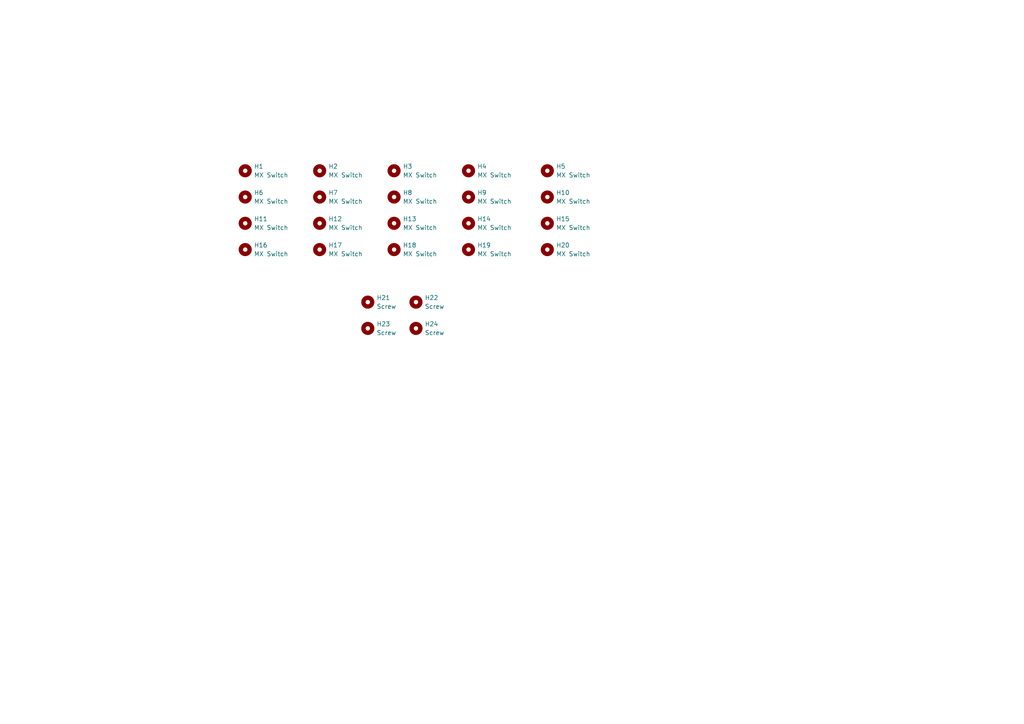
<source format=kicad_sch>
(kicad_sch (version 20211123) (generator eeschema)
  (paper "A4")
  (lib_symbols
    (symbol "Mechanical:MountingHole" (pin_names (offset 1.016))
      (property "Reference" "H" (at 0 5.08 0))
      (property "Value" "MountingHole" (at 0 3.175 0))
      (symbol "MountingHole_0_1"
        (circle (center 0 0) (radius 1.27) (stroke (width 1.27)))
      )
    )
  )
  (symbol (lib_id "Mechanical:MountingHole") (at 158.75 57.15 0) (unit 1)
    (property "Reference" "H10" (at 161.29 55.8799 0) (effects (justify left)))
    (property "Value" "MX Switch" (at 161.29 58.4199 0) (effects (justify left)))
    (property "Footprint" "Ghoul:MX-1U-PlateCutout" (effects hide))
  )
  (symbol (lib_id "Mechanical:MountingHole") (at 135.89 72.39 0) (unit 1)
    (property "Reference" "H19" (at 138.43 71.1199 0) (effects (justify left)))
    (property "Value" "MX Switch" (at 138.43 73.6599 0) (effects (justify left)))
    (property "Footprint" "Ghoul:MX-1U-PlateCutout" (effects hide))
  )
  (symbol (lib_id "Mechanical:MountingHole") (at 114.3 57.15 0) (unit 1)
    (property "Reference" "H8" (at 116.84 55.8799 0) (effects (justify left)))
    (property "Value" "MX Switch" (at 116.84 58.4199 0) (effects (justify left)))
    (property "Footprint" "Ghoul:MX-1U-PlateCutout" (effects hide))
  )
  (symbol (lib_id "Mechanical:MountingHole") (at 106.68 87.63 0) (unit 1)
    (property "Reference" "H21" (at 109.22 86.3599 0) (effects (justify left)))
    (property "Value" "Screw" (at 109.22 88.8999 0) (effects (justify left)))
    (property "Footprint" "Ghoul:Drill_5mm" (effects hide))
  )
  (symbol (lib_id "Mechanical:MountingHole") (at 120.65 95.25 0) (unit 1)
    (property "Reference" "H24" (at 123.19 93.9799 0) (effects (justify left)))
    (property "Value" "Screw" (at 123.19 96.5199 0) (effects (justify left)))
    (property "Footprint" "Ghoul:Drill_5mm" (effects hide))
  )
  (symbol (lib_id "Mechanical:MountingHole") (at 114.3 64.77 0) (unit 1)
    (property "Reference" "H13" (at 116.84 63.4999 0) (effects (justify left)))
    (property "Value" "MX Switch" (at 116.84 66.0399 0) (effects (justify left)))
    (property "Footprint" "Ghoul:MX-1U-PlateCutout" (effects hide))
  )
  (symbol (lib_id "Mechanical:MountingHole") (at 92.71 57.15 0) (unit 1)
    (property "Reference" "H7" (at 95.25 55.8799 0) (effects (justify left)))
    (property "Value" "MX Switch" (at 95.25 58.4199 0) (effects (justify left)))
    (property "Footprint" "Ghoul:MX-1U-PlateCutout" (effects hide))
  )
  (symbol (lib_id "Mechanical:MountingHole") (at 71.12 72.39 0) (unit 1)
    (property "Reference" "H16" (at 73.66 71.1199 0) (effects (justify left)))
    (property "Value" "MX Switch" (at 73.66 73.6599 0) (effects (justify left)))
    (property "Footprint" "Ghoul:MX-1U-PlateCutout" (effects hide))
  )
  (symbol (lib_id "Mechanical:MountingHole") (at 106.68 95.25 0) (unit 1)
    (property "Reference" "H23" (at 109.22 93.9799 0) (effects (justify left)))
    (property "Value" "Screw" (at 109.22 96.5199 0) (effects (justify left)))
    (property "Footprint" "Ghoul:Drill_5mm" (effects hide))
  )
  (symbol (lib_id "Mechanical:MountingHole") (at 158.75 49.53 0) (unit 1)
    (property "Reference" "H5" (at 161.29 48.2599 0) (effects (justify left)))
    (property "Value" "MX Switch" (at 161.29 50.7999 0) (effects (justify left)))
    (property "Footprint" "Ghoul:MX-1U-PlateCutout" (effects hide))
  )
  (symbol (lib_id "Mechanical:MountingHole") (at 71.12 64.77 0) (unit 1)
    (property "Reference" "H11" (at 73.66 63.4999 0) (effects (justify left)))
    (property "Value" "MX Switch" (at 73.66 66.0399 0) (effects (justify left)))
    (property "Footprint" "Ghoul:MX-1U-PlateCutout" (effects hide))
  )
  (symbol (lib_id "Mechanical:MountingHole") (at 120.65 87.63 0) (unit 1)
    (property "Reference" "H22" (at 123.19 86.3599 0) (effects (justify left)))
    (property "Value" "Screw" (at 123.19 88.8999 0) (effects (justify left)))
    (property "Footprint" "Ghoul:Drill_5mm" (effects hide))
  )
  (symbol (lib_id "Mechanical:MountingHole") (at 135.89 49.53 0) (unit 1)
    (property "Reference" "H4" (at 138.43 48.2599 0) (effects (justify left)))
    (property "Value" "MX Switch" (at 138.43 50.7999 0) (effects (justify left)))
    (property "Footprint" "Ghoul:MX-1U-PlateCutout" (effects hide))
  )
  (symbol (lib_id "Mechanical:MountingHole") (at 158.75 72.39 0) (unit 1)
    (property "Reference" "H20" (at 161.29 71.1199 0) (effects (justify left)))
    (property "Value" "MX Switch" (at 161.29 73.6599 0) (effects (justify left)))
    (property "Footprint" "Ghoul:MX-1U-PlateCutout" (effects hide))
  )
  (symbol (lib_id "Mechanical:MountingHole") (at 158.75 64.77 0) (unit 1)
    (property "Reference" "H15" (at 161.29 63.4999 0) (effects (justify left)))
    (property "Value" "MX Switch" (at 161.29 66.0399 0) (effects (justify left)))
    (property "Footprint" "Ghoul:MX-1U-PlateCutout" (effects hide))
  )
  (symbol (lib_id "Mechanical:MountingHole") (at 71.12 49.53 0) (unit 1)
    (property "Reference" "H1" (at 73.66 48.2599 0) (effects (justify left)))
    (property "Value" "MX Switch" (at 73.66 50.7999 0) (effects (justify left)))
    (property "Footprint" "Ghoul:MX-1U-PlateCutout" (effects hide))
  )
  (symbol (lib_id "Mechanical:MountingHole") (at 114.3 49.53 0) (unit 1)
    (property "Reference" "H3" (at 116.84 48.2599 0) (effects (justify left)))
    (property "Value" "MX Switch" (at 116.84 50.7999 0) (effects (justify left)))
    (property "Footprint" "Ghoul:MX-1U-PlateCutout" (effects hide))
  )
  (symbol (lib_id "Mechanical:MountingHole") (at 92.71 72.39 0) (unit 1)
    (property "Reference" "H17" (at 95.25 71.1199 0) (effects (justify left)))
    (property "Value" "MX Switch" (at 95.25 73.6599 0) (effects (justify left)))
    (property "Footprint" "Ghoul:MX-1U-PlateCutout" (effects hide))
  )
  (symbol (lib_id "Mechanical:MountingHole") (at 135.89 57.15 0) (unit 1)
    (property "Reference" "H9" (at 138.43 55.8799 0) (effects (justify left)))
    (property "Value" "MX Switch" (at 138.43 58.4199 0) (effects (justify left)))
    (property "Footprint" "Ghoul:MX-1U-PlateCutout" (effects hide))
  )
  (symbol (lib_id "Mechanical:MountingHole") (at 135.89 64.77 0) (unit 1)
    (property "Reference" "H14" (at 138.43 63.4999 0) (effects (justify left)))
    (property "Value" "MX Switch" (at 138.43 66.0399 0) (effects (justify left)))
    (property "Footprint" "Ghoul:MX-1U-PlateCutout" (effects hide))
  )
  (symbol (lib_id "Mechanical:MountingHole") (at 114.3 72.39 0) (unit 1)
    (property "Reference" "H18" (at 116.84 71.1199 0) (effects (justify left)))
    (property "Value" "MX Switch" (at 116.84 73.6599 0) (effects (justify left)))
    (property "Footprint" "Ghoul:MX-1U-PlateCutout" (effects hide))
  )
  (symbol (lib_id "Mechanical:MountingHole") (at 92.71 64.77 0) (unit 1)
    (property "Reference" "H12" (at 95.25 63.4999 0) (effects (justify left)))
    (property "Value" "MX Switch" (at 95.25 66.0399 0) (effects (justify left)))
    (property "Footprint" "Ghoul:MX-1U-PlateCutout" (effects hide))
  )
  (symbol (lib_id "Mechanical:MountingHole") (at 92.71 49.53 0) (unit 1)
    (property "Reference" "H2" (at 95.25 48.2599 0) (effects (justify left)))
    (property "Value" "MX Switch" (at 95.25 50.7999 0) (effects (justify left)))
    (property "Footprint" "Ghoul:MX-1U-PlateCutout" (effects hide))
  )
  (symbol (lib_id "Mechanical:MountingHole") (at 71.12 57.15 0) (unit 1)
    (property "Reference" "H6" (at 73.66 55.8799 0) (effects (justify left)))
    (property "Value" "MX Switch" (at 73.66 58.4199 0) (effects (justify left)))
    (property "Footprint" "Ghoul:MX-1U-PlateCutout" (effects hide))
  )
)
</source>
